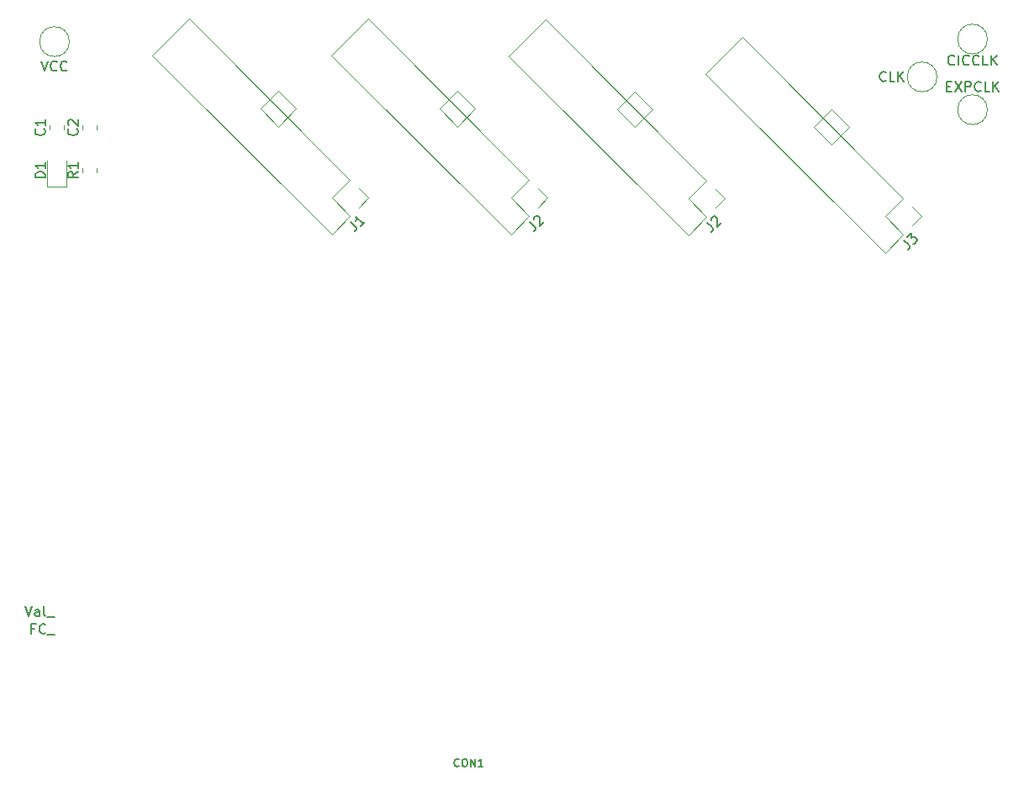
<source format=gbr>
%TF.GenerationSoftware,KiCad,Pcbnew,(6.0.6-1)-1*%
%TF.CreationDate,2022-07-24T16:47:29-04:00*%
%TF.ProjectId,SNES_logicadapter,534e4553-5f6c-46f6-9769-636164617074,rev?*%
%TF.SameCoordinates,Original*%
%TF.FileFunction,Legend,Top*%
%TF.FilePolarity,Positive*%
%FSLAX46Y46*%
G04 Gerber Fmt 4.6, Leading zero omitted, Abs format (unit mm)*
G04 Created by KiCad (PCBNEW (6.0.6-1)-1) date 2022-07-24 16:47:29*
%MOMM*%
%LPD*%
G01*
G04 APERTURE LIST*
%ADD10C,0.150000*%
%ADD11C,0.120000*%
G04 APERTURE END LIST*
D10*
%TO.C,J3*%
X190462862Y-102789195D02*
X190967938Y-103294271D01*
X191035282Y-103428958D01*
X191035282Y-103563645D01*
X190967938Y-103698332D01*
X190900595Y-103765675D01*
X190732236Y-102519821D02*
X191169969Y-102082088D01*
X191203641Y-102587164D01*
X191304656Y-102486149D01*
X191405671Y-102452477D01*
X191473015Y-102452477D01*
X191574030Y-102486149D01*
X191742389Y-102654508D01*
X191776060Y-102755523D01*
X191776060Y-102822866D01*
X191742389Y-102923882D01*
X191540358Y-103125912D01*
X191439343Y-103159584D01*
X191371999Y-103159584D01*
%TO.C,VCC*%
X103568666Y-84756380D02*
X103902000Y-85756380D01*
X104235333Y-84756380D01*
X105140095Y-85661142D02*
X105092476Y-85708761D01*
X104949619Y-85756380D01*
X104854380Y-85756380D01*
X104711523Y-85708761D01*
X104616285Y-85613523D01*
X104568666Y-85518285D01*
X104521047Y-85327809D01*
X104521047Y-85184952D01*
X104568666Y-84994476D01*
X104616285Y-84899238D01*
X104711523Y-84804000D01*
X104854380Y-84756380D01*
X104949619Y-84756380D01*
X105092476Y-84804000D01*
X105140095Y-84851619D01*
X106140095Y-85661142D02*
X106092476Y-85708761D01*
X105949619Y-85756380D01*
X105854380Y-85756380D01*
X105711523Y-85708761D01*
X105616285Y-85613523D01*
X105568666Y-85518285D01*
X105521047Y-85327809D01*
X105521047Y-85184952D01*
X105568666Y-84994476D01*
X105616285Y-84899238D01*
X105711523Y-84804000D01*
X105854380Y-84756380D01*
X105949619Y-84756380D01*
X106092476Y-84804000D01*
X106140095Y-84851619D01*
%TO.C,J2*%
X170650862Y-101011195D02*
X171155938Y-101516271D01*
X171223282Y-101650958D01*
X171223282Y-101785645D01*
X171155938Y-101920332D01*
X171088595Y-101987675D01*
X171021251Y-100775492D02*
X171021251Y-100708149D01*
X171054923Y-100607134D01*
X171223282Y-100438775D01*
X171324297Y-100405103D01*
X171391641Y-100405103D01*
X171492656Y-100438775D01*
X171559999Y-100506118D01*
X171627343Y-100640805D01*
X171627343Y-101448927D01*
X172065076Y-101011195D01*
%TO.C,C1*%
X103863142Y-91606666D02*
X103910761Y-91654285D01*
X103958380Y-91797142D01*
X103958380Y-91892380D01*
X103910761Y-92035238D01*
X103815523Y-92130476D01*
X103720285Y-92178095D01*
X103529809Y-92225714D01*
X103386952Y-92225714D01*
X103196476Y-92178095D01*
X103101238Y-92130476D01*
X103006000Y-92035238D01*
X102958380Y-91892380D01*
X102958380Y-91797142D01*
X103006000Y-91654285D01*
X103053619Y-91606666D01*
X103958380Y-90654285D02*
X103958380Y-91225714D01*
X103958380Y-90940000D02*
X102958380Y-90940000D01*
X103101238Y-91035238D01*
X103196476Y-91130476D01*
X103244095Y-91225714D01*
%TO.C,CON1*%
X145643869Y-155741215D02*
X145606373Y-155778710D01*
X145493887Y-155816205D01*
X145418897Y-155816205D01*
X145306411Y-155778710D01*
X145231420Y-155703719D01*
X145193925Y-155628729D01*
X145156429Y-155478747D01*
X145156429Y-155366261D01*
X145193925Y-155216280D01*
X145231420Y-155141289D01*
X145306411Y-155066299D01*
X145418897Y-155028803D01*
X145493887Y-155028803D01*
X145606373Y-155066299D01*
X145643869Y-155103794D01*
X146131308Y-155028803D02*
X146281289Y-155028803D01*
X146356280Y-155066299D01*
X146431271Y-155141289D01*
X146468766Y-155291271D01*
X146468766Y-155553738D01*
X146431271Y-155703719D01*
X146356280Y-155778710D01*
X146281289Y-155816205D01*
X146131308Y-155816205D01*
X146056317Y-155778710D01*
X145981327Y-155703719D01*
X145943831Y-155553738D01*
X145943831Y-155291271D01*
X145981327Y-155141289D01*
X146056317Y-155066299D01*
X146131308Y-155028803D01*
X146806224Y-155816205D02*
X146806224Y-155028803D01*
X147256168Y-155816205D01*
X147256168Y-155028803D01*
X148043570Y-155816205D02*
X147593626Y-155816205D01*
X147818598Y-155816205D02*
X147818598Y-155028803D01*
X147743607Y-155141289D01*
X147668617Y-155216280D01*
X147593626Y-155253775D01*
%TO.C,R1*%
X107260380Y-95924666D02*
X106784190Y-96258000D01*
X107260380Y-96496095D02*
X106260380Y-96496095D01*
X106260380Y-96115142D01*
X106308000Y-96019904D01*
X106355619Y-95972285D01*
X106450857Y-95924666D01*
X106593714Y-95924666D01*
X106688952Y-95972285D01*
X106736571Y-96019904D01*
X106784190Y-96115142D01*
X106784190Y-96496095D01*
X107260380Y-94972285D02*
X107260380Y-95543714D01*
X107260380Y-95258000D02*
X106260380Y-95258000D01*
X106403238Y-95353238D01*
X106498476Y-95448476D01*
X106546095Y-95543714D01*
%TO.C,FC_*%
X102893904Y-141914571D02*
X102560571Y-141914571D01*
X102560571Y-142438380D02*
X102560571Y-141438380D01*
X103036761Y-141438380D01*
X103989142Y-142343142D02*
X103941523Y-142390761D01*
X103798666Y-142438380D01*
X103703428Y-142438380D01*
X103560571Y-142390761D01*
X103465333Y-142295523D01*
X103417714Y-142200285D01*
X103370095Y-142009809D01*
X103370095Y-141866952D01*
X103417714Y-141676476D01*
X103465333Y-141581238D01*
X103560571Y-141486000D01*
X103703428Y-141438380D01*
X103798666Y-141438380D01*
X103941523Y-141486000D01*
X103989142Y-141533619D01*
X104179619Y-142533619D02*
X104941523Y-142533619D01*
X101949428Y-139660380D02*
X102282761Y-140660380D01*
X102616095Y-139660380D01*
X103378000Y-140660380D02*
X103378000Y-140136571D01*
X103330380Y-140041333D01*
X103235142Y-139993714D01*
X103044666Y-139993714D01*
X102949428Y-140041333D01*
X103378000Y-140612761D02*
X103282761Y-140660380D01*
X103044666Y-140660380D01*
X102949428Y-140612761D01*
X102901809Y-140517523D01*
X102901809Y-140422285D01*
X102949428Y-140327047D01*
X103044666Y-140279428D01*
X103282761Y-140279428D01*
X103378000Y-140231809D01*
X103997047Y-140660380D02*
X103901809Y-140612761D01*
X103854190Y-140517523D01*
X103854190Y-139660380D01*
X104139904Y-140755619D02*
X104901809Y-140755619D01*
%TO.C,J2*%
X152780605Y-100946061D02*
X153285681Y-101451137D01*
X153353025Y-101585824D01*
X153353025Y-101720511D01*
X153285681Y-101855198D01*
X153218338Y-101922541D01*
X153150994Y-100710358D02*
X153150994Y-100643015D01*
X153184666Y-100542000D01*
X153353025Y-100373641D01*
X153454040Y-100339969D01*
X153521384Y-100339969D01*
X153622399Y-100373641D01*
X153689742Y-100440984D01*
X153757086Y-100575671D01*
X153757086Y-101383793D01*
X154194819Y-100946061D01*
%TO.C,CLK*%
X188634761Y-86717142D02*
X188587142Y-86764761D01*
X188444285Y-86812380D01*
X188349047Y-86812380D01*
X188206190Y-86764761D01*
X188110952Y-86669523D01*
X188063333Y-86574285D01*
X188015714Y-86383809D01*
X188015714Y-86240952D01*
X188063333Y-86050476D01*
X188110952Y-85955238D01*
X188206190Y-85860000D01*
X188349047Y-85812380D01*
X188444285Y-85812380D01*
X188587142Y-85860000D01*
X188634761Y-85907619D01*
X189539523Y-86812380D02*
X189063333Y-86812380D01*
X189063333Y-85812380D01*
X189872857Y-86812380D02*
X189872857Y-85812380D01*
X190444285Y-86812380D02*
X190015714Y-86240952D01*
X190444285Y-85812380D02*
X189872857Y-86383809D01*
%TO.C,D1*%
X103958380Y-96496095D02*
X102958380Y-96496095D01*
X102958380Y-96258000D01*
X103006000Y-96115142D01*
X103101238Y-96019904D01*
X103196476Y-95972285D01*
X103386952Y-95924666D01*
X103529809Y-95924666D01*
X103720285Y-95972285D01*
X103815523Y-96019904D01*
X103910761Y-96115142D01*
X103958380Y-96258000D01*
X103958380Y-96496095D01*
X103958380Y-94972285D02*
X103958380Y-95543714D01*
X103958380Y-95258000D02*
X102958380Y-95258000D01*
X103101238Y-95353238D01*
X103196476Y-95448476D01*
X103244095Y-95543714D01*
%TO.C,C2*%
X107165142Y-91606666D02*
X107212761Y-91654285D01*
X107260380Y-91797142D01*
X107260380Y-91892380D01*
X107212761Y-92035238D01*
X107117523Y-92130476D01*
X107022285Y-92178095D01*
X106831809Y-92225714D01*
X106688952Y-92225714D01*
X106498476Y-92178095D01*
X106403238Y-92130476D01*
X106308000Y-92035238D01*
X106260380Y-91892380D01*
X106260380Y-91797142D01*
X106308000Y-91654285D01*
X106355619Y-91606666D01*
X106355619Y-91225714D02*
X106308000Y-91178095D01*
X106260380Y-91082857D01*
X106260380Y-90844761D01*
X106308000Y-90749523D01*
X106355619Y-90701904D01*
X106450857Y-90654285D01*
X106546095Y-90654285D01*
X106688952Y-90701904D01*
X107260380Y-91273333D01*
X107260380Y-90654285D01*
%TO.C,J1*%
X134746605Y-100946061D02*
X135251681Y-101451137D01*
X135319025Y-101585824D01*
X135319025Y-101720511D01*
X135251681Y-101855198D01*
X135184338Y-101922541D01*
X136160819Y-100946061D02*
X135756758Y-101350122D01*
X135958788Y-101148091D02*
X135251681Y-100440984D01*
X135285353Y-100609343D01*
X135285353Y-100744030D01*
X135251681Y-100845045D01*
%TO.C,CICCLK*%
X195524666Y-85066142D02*
X195477047Y-85113761D01*
X195334190Y-85161380D01*
X195238952Y-85161380D01*
X195096095Y-85113761D01*
X195000857Y-85018523D01*
X194953238Y-84923285D01*
X194905619Y-84732809D01*
X194905619Y-84589952D01*
X194953238Y-84399476D01*
X195000857Y-84304238D01*
X195096095Y-84209000D01*
X195238952Y-84161380D01*
X195334190Y-84161380D01*
X195477047Y-84209000D01*
X195524666Y-84256619D01*
X195953238Y-85161380D02*
X195953238Y-84161380D01*
X197000857Y-85066142D02*
X196953238Y-85113761D01*
X196810380Y-85161380D01*
X196715142Y-85161380D01*
X196572285Y-85113761D01*
X196477047Y-85018523D01*
X196429428Y-84923285D01*
X196381809Y-84732809D01*
X196381809Y-84589952D01*
X196429428Y-84399476D01*
X196477047Y-84304238D01*
X196572285Y-84209000D01*
X196715142Y-84161380D01*
X196810380Y-84161380D01*
X196953238Y-84209000D01*
X197000857Y-84256619D01*
X198000857Y-85066142D02*
X197953238Y-85113761D01*
X197810380Y-85161380D01*
X197715142Y-85161380D01*
X197572285Y-85113761D01*
X197477047Y-85018523D01*
X197429428Y-84923285D01*
X197381809Y-84732809D01*
X197381809Y-84589952D01*
X197429428Y-84399476D01*
X197477047Y-84304238D01*
X197572285Y-84209000D01*
X197715142Y-84161380D01*
X197810380Y-84161380D01*
X197953238Y-84209000D01*
X198000857Y-84256619D01*
X198905619Y-85161380D02*
X198429428Y-85161380D01*
X198429428Y-84161380D01*
X199238952Y-85161380D02*
X199238952Y-84161380D01*
X199810380Y-85161380D02*
X199381809Y-84589952D01*
X199810380Y-84161380D02*
X199238952Y-84732809D01*
%TO.C,EXPCLK*%
X194762761Y-87304571D02*
X195096095Y-87304571D01*
X195238952Y-87828380D02*
X194762761Y-87828380D01*
X194762761Y-86828380D01*
X195238952Y-86828380D01*
X195572285Y-86828380D02*
X196238952Y-87828380D01*
X196238952Y-86828380D02*
X195572285Y-87828380D01*
X196619904Y-87828380D02*
X196619904Y-86828380D01*
X197000857Y-86828380D01*
X197096095Y-86876000D01*
X197143714Y-86923619D01*
X197191333Y-87018857D01*
X197191333Y-87161714D01*
X197143714Y-87256952D01*
X197096095Y-87304571D01*
X197000857Y-87352190D01*
X196619904Y-87352190D01*
X198191333Y-87733142D02*
X198143714Y-87780761D01*
X198000857Y-87828380D01*
X197905619Y-87828380D01*
X197762761Y-87780761D01*
X197667523Y-87685523D01*
X197619904Y-87590285D01*
X197572285Y-87399809D01*
X197572285Y-87256952D01*
X197619904Y-87066476D01*
X197667523Y-86971238D01*
X197762761Y-86876000D01*
X197905619Y-86828380D01*
X198000857Y-86828380D01*
X198143714Y-86876000D01*
X198191333Y-86923619D01*
X199096095Y-87828380D02*
X198619904Y-87828380D01*
X198619904Y-86828380D01*
X199429428Y-87828380D02*
X199429428Y-86828380D01*
X200000857Y-87828380D02*
X199572285Y-87256952D01*
X200000857Y-86828380D02*
X199429428Y-87399809D01*
D11*
%TO.C,J3*%
X190378683Y-98556656D02*
X188540206Y-100395134D01*
X192217161Y-100395134D02*
X191276709Y-101335586D01*
X174171796Y-82349769D02*
X170494841Y-86026724D01*
X188540206Y-104072089D02*
X170494841Y-86026724D01*
X190378683Y-98556656D02*
X174171796Y-82349769D01*
X191276709Y-99454682D02*
X192217161Y-100395134D01*
X190378683Y-102233612D02*
X188540206Y-104072089D01*
X188540206Y-100395134D02*
X190378683Y-102233612D01*
X183152052Y-93210929D02*
X184948103Y-91414878D01*
X184948103Y-91414878D02*
X183152052Y-89618827D01*
X183152052Y-89618827D02*
X181356001Y-91414878D01*
X181356001Y-91414878D02*
X183152052Y-93210929D01*
%TO.C,VCC*%
X106402000Y-82804000D02*
G75*
G03*
X106402000Y-82804000I-1500000J0D01*
G01*
%TO.C,J2*%
X170566683Y-100455612D02*
X168728206Y-102294089D01*
X168728206Y-102294089D02*
X150682841Y-84248724D01*
X168728206Y-98617134D02*
X170566683Y-100455612D01*
X154359796Y-80571769D02*
X150682841Y-84248724D01*
X172405161Y-98617134D02*
X171464709Y-99557586D01*
X170566683Y-96778656D02*
X168728206Y-98617134D01*
X170566683Y-96778656D02*
X154359796Y-80571769D01*
X171464709Y-97676682D02*
X172405161Y-98617134D01*
X163340052Y-91432929D02*
X165136103Y-89636878D01*
X165136103Y-89636878D02*
X163340052Y-87840827D01*
X163340052Y-87840827D02*
X161544001Y-89636878D01*
X161544001Y-89636878D02*
X163340052Y-91432929D01*
%TO.C,C1*%
X105891000Y-91667064D02*
X105891000Y-91212936D01*
X104421000Y-91667064D02*
X104421000Y-91212936D01*
%TO.C,R1*%
X107723000Y-95985064D02*
X107723000Y-95530936D01*
X109193000Y-95985064D02*
X109193000Y-95530936D01*
%TO.C,J2*%
X136489539Y-80506635D02*
X132812584Y-84183590D01*
X150857949Y-102228955D02*
X132812584Y-84183590D01*
X154534904Y-98552000D02*
X153594452Y-99492452D01*
X153594452Y-97611548D02*
X154534904Y-98552000D01*
X152696426Y-96713522D02*
X150857949Y-98552000D01*
X150857949Y-98552000D02*
X152696426Y-100390478D01*
X152696426Y-100390478D02*
X150857949Y-102228955D01*
X152696426Y-96713522D02*
X136489539Y-80506635D01*
X145469795Y-91367795D02*
X147265846Y-89571744D01*
X147265846Y-89571744D02*
X145469795Y-87775693D01*
X145469795Y-87775693D02*
X143673744Y-89571744D01*
X143673744Y-89571744D02*
X145469795Y-91367795D01*
%TO.C,CLK*%
X193778000Y-86360000D02*
G75*
G03*
X193778000Y-86360000I-1500000J0D01*
G01*
%TO.C,D1*%
X106116000Y-97443000D02*
X106116000Y-94758000D01*
X104196000Y-94758000D02*
X104196000Y-97443000D01*
X104196000Y-97443000D02*
X106116000Y-97443000D01*
%TO.C,C2*%
X109193000Y-91667064D02*
X109193000Y-91212936D01*
X107723000Y-91667064D02*
X107723000Y-91212936D01*
%TO.C,J1*%
X132823949Y-102228955D02*
X114778584Y-84183590D01*
X118455539Y-80506635D02*
X114778584Y-84183590D01*
X136500904Y-98552000D02*
X135560452Y-99492452D01*
X134662426Y-100390478D02*
X132823949Y-102228955D01*
X134662426Y-96713522D02*
X118455539Y-80506635D01*
X132823949Y-98552000D02*
X134662426Y-100390478D01*
X135560452Y-97611548D02*
X136500904Y-98552000D01*
X134662426Y-96713522D02*
X132823949Y-98552000D01*
X127435795Y-91367795D02*
X129231846Y-89571744D01*
X129231846Y-89571744D02*
X127435795Y-87775693D01*
X127435795Y-87775693D02*
X125639744Y-89571744D01*
X125639744Y-89571744D02*
X127435795Y-91367795D01*
%TO.C,CICCLK*%
X198858000Y-82550000D02*
G75*
G03*
X198858000Y-82550000I-1500000J0D01*
G01*
%TO.C,EXPCLK*%
X198858000Y-89662000D02*
G75*
G03*
X198858000Y-89662000I-1500000J0D01*
G01*
%TD*%
M02*

</source>
